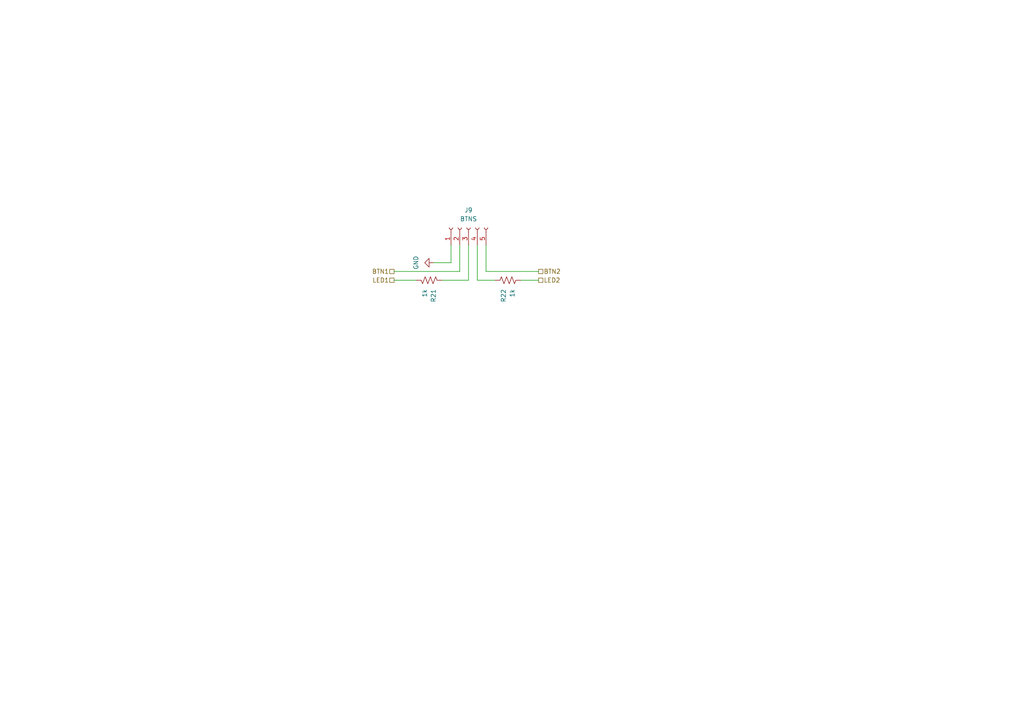
<source format=kicad_sch>
(kicad_sch (version 20230121) (generator eeschema)
  (paper "A4")
  (lib_symbols
    (symbol "Connector:Conn_01x05_Socket" (pin_names (offset 1.016) hide)
      (property "Reference" "J" (at 0 7.62 0))
      (property "Value" "Conn_01x05_Socket" (at 0 -7.62 0))
      (symbol "Conn_01x05_Socket_1_1"
        (arc (start 0 -4.572) (mid -0.5058 -5.08) (end 0 -5.588) (stroke (width 0.1524)))
        (arc (start 0 -2.032) (mid -0.5058 -2.54) (end 0 -3.048) (stroke (width 0.1524)))
        (polyline (pts (xy -1.27 -5.08) (xy -0.508 -5.08)) (stroke (width 0.1524)))
        (polyline (pts (xy -1.27 -2.54) (xy -0.508 -2.54)) (stroke (width 0.1524)))
        (polyline (pts (xy -1.27 0) (xy -0.508 0)) (stroke (width 0.1524)))
        (polyline (pts (xy -1.27 2.54) (xy -0.508 2.54)) (stroke (width 0.1524)))
        (polyline (pts (xy -1.27 5.08) (xy -0.508 5.08)) (stroke (width 0.1524)))
        (arc (start 0 0.508) (mid -0.5058 0) (end 0 -0.508) (stroke (width 0.1524)))
        (arc (start 0 3.048) (mid -0.5058 2.54) (end 0 2.032) (stroke (width 0.1524)))
        (arc (start 0 5.588) (mid -0.5058 5.08) (end 0 4.572) (stroke (width 0.1524)))
        (pin passive line (at -5.08 5.08 0) (length 3.81) (name "Pin_1") (number "1"))
        (pin passive line (at -5.08 2.54 0) (length 3.81) (name "Pin_2") (number "2"))
        (pin passive line (at -5.08 0 0) (length 3.81) (name "Pin_3") (number "3"))
        (pin passive line (at -5.08 -2.54 0) (length 3.81) (name "Pin_4") (number "4"))
        (pin passive line (at -5.08 -5.08 0) (length 3.81) (name "Pin_5") (number "5"))
      )
    )
    (symbol "Device:R_US" (pin_numbers hide) (pin_names (offset 0))
      (property "Reference" "R" (at 2.54 0 90))
      (property "Value" "R_US" (at -2.54 0 90))
      (symbol "R_US_0_1"
        (polyline (pts (xy 0 -2.286) (xy 0 -2.54)))
        (polyline (pts (xy 0 2.286) (xy 0 2.54)))
        (polyline (pts (xy 0 -0.762) (xy 1.016 -1.143) (xy 0 -1.524) (xy -1.016 -1.905) (xy 0 -2.286)))
        (polyline (pts (xy 0 0.762) (xy 1.016 0.381) (xy 0 0) (xy -1.016 -0.381) (xy 0 -0.762)))
        (polyline (pts (xy 0 2.286) (xy 1.016 1.905) (xy 0 1.524) (xy -1.016 1.143) (xy 0 0.762)))
      )
      (symbol "R_US_1_1"
        (pin passive line (at 0 3.81 270) (length 1.27) (name "~") (number "1"))
        (pin passive line (at 0 -3.81 90) (length 1.27) (name "~") (number "2"))
      )
    )
    (symbol "power:GND" (power) (pin_names (offset 0))
      (property "Value" "GND" (at 0 -3.81 0))
      (symbol "GND_0_1"
        (polyline (pts (xy 0 0) (xy 0 -1.27) (xy 1.27 -1.27) (xy 0 -2.54) (xy -1.27 -1.27) (xy 0 -1.27)))
      )
      (symbol "GND_1_1"
        (pin power_in line (at 0 0 270) (length 0) hide (name "GND") (number "1"))
      )
    )
  )
  (wire (pts (xy 140.97 78.74) (xy 156.21 78.74)))
  (wire (pts (xy 138.43 71.12) (xy 138.43 81.28)))
  (wire (pts (xy 125.73 76.2) (xy 130.81 76.2)))
  (wire (pts (xy 114.3 78.74) (xy 133.35 78.74)))
  (wire (pts (xy 133.35 78.74) (xy 133.35 71.12)))
  (wire (pts (xy 128.27 81.28) (xy 135.89 81.28)))
  (wire (pts (xy 135.89 71.12) (xy 135.89 81.28)))
  (wire (pts (xy 140.97 78.74) (xy 140.97 71.12)))
  (wire (pts (xy 120.65 81.28) (xy 114.3 81.28)))
  (wire (pts (xy 138.43 81.28) (xy 143.51 81.28)))
  (wire (pts (xy 130.81 76.2) (xy 130.81 71.12)))
  (wire (pts (xy 151.13 81.28) (xy 156.21 81.28)))
  (hierarchical_label "LED1" (shape passive) (at 114.3 81.28 180))
  (hierarchical_label "BTN2" (shape passive) (at 156.21 78.74 0))
  (hierarchical_label "BTN1" (shape passive) (at 114.3 78.74 180))
  (hierarchical_label "LED2" (shape passive) (at 156.21 81.28 0))
  (symbol (lib_id "Connector:Conn_01x05_Socket") (at 135.89 66.04 90) (unit 1)
    (property "Reference" "J9" (at 135.89 60.96 90))
    (property "Value" "BTNS" (at 135.89 63.5 90))
    (property "Footprint" "Connector_JST:JST_SH_SM05B-SRSS-TB_1x05-1MP_P1.00mm_Horizontal" (effects hide))
  )
  (symbol (lib_id "Device:R_US") (at 147.32 81.28 90) (unit 1)
    (property "Reference" "R22" (at 146.05 83.82 0) (effects (justify right)))
    (property "Value" "1k" (at 148.59 83.82 0) (effects (justify right)))
    (property "Footprint" "Resistor_SMD:R_0402_1005Metric" (effects hide))
    (property "Datasheet" "https://www.mouser.com/datasheet/2/418/3/NG_CS_1309350_PASSIVE_COMPONENT_0807-1235596.pdf" (effects hide))
    (property "JLCPCB Part #" "C2073750" (effects hide))
    (property "Manufacturer" "TE Connectivity" (effects hide))
    (property "Manufacturer_Part_Number" "CRG0402F1K0" (effects hide))
    (property "Mouser Part Number" "279-CRG0402F1K0 " (effects hide))
  )
  (symbol (lib_id "power:GND") (at 125.73 76.2 270) (unit 1)
    (property "Reference" "#PWR058" (effects hide))
    (property "Value" "GND" (at 120.65 76.2 0))
  )
  (symbol (lib_id "Device:R_US") (at 124.46 81.28 270) (mirror x) (unit 1)
    (property "Reference" "R21" (at 125.73 83.82 0) (effects (justify right)))
    (property "Value" "1k" (at 123.19 83.82 0) (effects (justify right)))
    (property "Footprint" "Resistor_SMD:R_0402_1005Metric" (effects hide))
    (property "Datasheet" "https://www.mouser.com/datasheet/2/418/3/NG_CS_1309350_PASSIVE_COMPONENT_0807-1235596.pdf" (effects hide))
    (property "JLCPCB Part #" "C2073750" (effects hide))
    (property "Manufacturer" "TE Connectivity" (effects hide))
    (property "Manufacturer_Part_Number" "CRG0402F1K0" (effects hide))
    (property "Mouser Part Number" "279-CRG0402F1K0 " (effects hide))
  )
)
</source>
